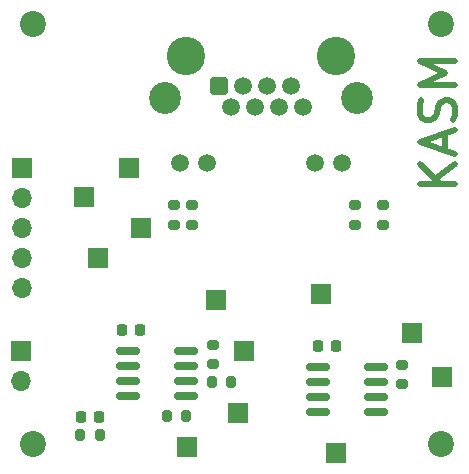
<source format=gbr>
%TF.GenerationSoftware,KiCad,Pcbnew,8.0.1*%
%TF.CreationDate,2024-08-08T22:12:17-07:00*%
%TF.ProjectId,spi_ethernet_mcu_side,7370695f-6574-4686-9572-6e65745f6d63,rev?*%
%TF.SameCoordinates,Original*%
%TF.FileFunction,Soldermask,Top*%
%TF.FilePolarity,Negative*%
%FSLAX46Y46*%
G04 Gerber Fmt 4.6, Leading zero omitted, Abs format (unit mm)*
G04 Created by KiCad (PCBNEW 8.0.1) date 2024-08-08 22:12:17*
%MOMM*%
%LPD*%
G01*
G04 APERTURE LIST*
G04 Aperture macros list*
%AMRoundRect*
0 Rectangle with rounded corners*
0 $1 Rounding radius*
0 $2 $3 $4 $5 $6 $7 $8 $9 X,Y pos of 4 corners*
0 Add a 4 corners polygon primitive as box body*
4,1,4,$2,$3,$4,$5,$6,$7,$8,$9,$2,$3,0*
0 Add four circle primitives for the rounded corners*
1,1,$1+$1,$2,$3*
1,1,$1+$1,$4,$5*
1,1,$1+$1,$6,$7*
1,1,$1+$1,$8,$9*
0 Add four rect primitives between the rounded corners*
20,1,$1+$1,$2,$3,$4,$5,0*
20,1,$1+$1,$4,$5,$6,$7,0*
20,1,$1+$1,$6,$7,$8,$9,0*
20,1,$1+$1,$8,$9,$2,$3,0*%
G04 Aperture macros list end*
%ADD10C,0.500000*%
%ADD11R,1.700000X1.700000*%
%ADD12RoundRect,0.200000X0.200000X0.275000X-0.200000X0.275000X-0.200000X-0.275000X0.200000X-0.275000X0*%
%ADD13RoundRect,0.218750X-0.218750X-0.256250X0.218750X-0.256250X0.218750X0.256250X-0.218750X0.256250X0*%
%ADD14RoundRect,0.200000X-0.275000X0.200000X-0.275000X-0.200000X0.275000X-0.200000X0.275000X0.200000X0*%
%ADD15RoundRect,0.200000X0.275000X-0.200000X0.275000X0.200000X-0.275000X0.200000X-0.275000X-0.200000X0*%
%ADD16RoundRect,0.225000X-0.225000X-0.250000X0.225000X-0.250000X0.225000X0.250000X-0.225000X0.250000X0*%
%ADD17RoundRect,0.150000X-0.825000X-0.150000X0.825000X-0.150000X0.825000X0.150000X-0.825000X0.150000X0*%
%ADD18C,2.200000*%
%ADD19C,2.700000*%
%ADD20C,1.500000*%
%ADD21RoundRect,0.250000X0.500000X0.500000X-0.500000X0.500000X-0.500000X-0.500000X0.500000X-0.500000X0*%
%ADD22C,3.250000*%
%ADD23O,1.700000X1.700000*%
G04 APERTURE END LIST*
D10*
X146977657Y-71016567D02*
X143977657Y-71016567D01*
X146977657Y-69302281D02*
X145263371Y-70587995D01*
X143977657Y-69302281D02*
X145691942Y-71016567D01*
X146120514Y-68159424D02*
X146120514Y-66730853D01*
X146977657Y-68445138D02*
X143977657Y-67445138D01*
X143977657Y-67445138D02*
X146977657Y-66445138D01*
X146834800Y-65587995D02*
X146977657Y-65159424D01*
X146977657Y-65159424D02*
X146977657Y-64445138D01*
X146977657Y-64445138D02*
X146834800Y-64159424D01*
X146834800Y-64159424D02*
X146691942Y-64016566D01*
X146691942Y-64016566D02*
X146406228Y-63873709D01*
X146406228Y-63873709D02*
X146120514Y-63873709D01*
X146120514Y-63873709D02*
X145834800Y-64016566D01*
X145834800Y-64016566D02*
X145691942Y-64159424D01*
X145691942Y-64159424D02*
X145549085Y-64445138D01*
X145549085Y-64445138D02*
X145406228Y-65016566D01*
X145406228Y-65016566D02*
X145263371Y-65302281D01*
X145263371Y-65302281D02*
X145120514Y-65445138D01*
X145120514Y-65445138D02*
X144834800Y-65587995D01*
X144834800Y-65587995D02*
X144549085Y-65587995D01*
X144549085Y-65587995D02*
X144263371Y-65445138D01*
X144263371Y-65445138D02*
X144120514Y-65302281D01*
X144120514Y-65302281D02*
X143977657Y-65016566D01*
X143977657Y-65016566D02*
X143977657Y-64302281D01*
X143977657Y-64302281D02*
X144120514Y-63873709D01*
X146977657Y-62587995D02*
X143977657Y-62587995D01*
X143977657Y-62587995D02*
X146120514Y-61587995D01*
X146120514Y-61587995D02*
X143977657Y-60587995D01*
X143977657Y-60587995D02*
X146977657Y-60587995D01*
D11*
%TO.C,TP5*%
X145821400Y-87350600D03*
%TD*%
%TO.C,TP4*%
X143281400Y-83616800D03*
%TD*%
D12*
%TO.C,R8*%
X116903000Y-92202000D03*
X115253000Y-92202000D03*
%TD*%
D13*
%TO.C,D1*%
X115265000Y-90678000D03*
X116840000Y-90678000D03*
%TD*%
D14*
%TO.C,R2*%
X126441200Y-84607400D03*
X126441200Y-86257400D03*
%TD*%
D15*
%TO.C,R6*%
X138482800Y-74422000D03*
X138482800Y-72772000D03*
%TD*%
D11*
%TO.C,TP2*%
X128625600Y-90373200D03*
%TD*%
%TO.C,TP1*%
X124256800Y-93218000D03*
%TD*%
D16*
%TO.C,C2*%
X135356600Y-84734400D03*
X136906600Y-84734400D03*
%TD*%
D17*
%TO.C,U1*%
X119267200Y-85078800D03*
X119267200Y-86348800D03*
X119267200Y-87618800D03*
X119267200Y-88888800D03*
X124217200Y-88888800D03*
X124217200Y-87618800D03*
X124217200Y-86348800D03*
X124217200Y-85078800D03*
%TD*%
D11*
%TO.C,TP9*%
X119354600Y-69596000D03*
%TD*%
%TO.C,TP10*%
X115544600Y-72110600D03*
%TD*%
D18*
%TO.C,H4*%
X145796000Y-92964000D03*
%TD*%
D11*
%TO.C,TP3*%
X129082800Y-85115400D03*
%TD*%
D18*
%TO.C,H1*%
X111252000Y-92964000D03*
%TD*%
D11*
%TO.C,TP12*%
X116713000Y-77216000D03*
%TD*%
D18*
%TO.C,H3*%
X111252000Y-57404000D03*
%TD*%
D11*
%TO.C,TP11*%
X120370600Y-74676000D03*
%TD*%
D19*
%TO.C,J1*%
X138688000Y-63663400D03*
X122428000Y-63663400D03*
D20*
X137418000Y-69243400D03*
X135128000Y-69243400D03*
X125988000Y-69243400D03*
X123698000Y-69243400D03*
X134128000Y-64423400D03*
X133108000Y-62643400D03*
X132088000Y-64423400D03*
X131068000Y-62643400D03*
X130048000Y-64423400D03*
X129028000Y-62643400D03*
X128008000Y-64423400D03*
D21*
X126988000Y-62643400D03*
D22*
X136908000Y-60103400D03*
X124208000Y-60103400D03*
%TD*%
D14*
%TO.C,R4*%
X123139200Y-72772000D03*
X123139200Y-74422000D03*
%TD*%
D11*
%TO.C,TP6*%
X126695200Y-80822800D03*
%TD*%
D12*
%TO.C,R5*%
X128016000Y-87757000D03*
X126366000Y-87757000D03*
%TD*%
D16*
%TO.C,C1*%
X118770400Y-83312000D03*
X120320400Y-83312000D03*
%TD*%
D11*
%TO.C,TP8*%
X135636000Y-80264000D03*
%TD*%
D14*
%TO.C,R1*%
X140843000Y-72772000D03*
X140843000Y-74422000D03*
%TD*%
D12*
%TO.C,R3*%
X124192800Y-90601800D03*
X122542800Y-90601800D03*
%TD*%
D14*
%TO.C,R9*%
X142468600Y-86297000D03*
X142468600Y-87947000D03*
%TD*%
D17*
%TO.C,U2*%
X135331200Y-86436200D03*
X135331200Y-87706200D03*
X135331200Y-88976200D03*
X135331200Y-90246200D03*
X140281200Y-90246200D03*
X140281200Y-88976200D03*
X140281200Y-87706200D03*
X140281200Y-86436200D03*
%TD*%
D15*
%TO.C,R7*%
X124688600Y-74422000D03*
X124688600Y-72772000D03*
%TD*%
D18*
%TO.C,H2*%
X145796000Y-57404000D03*
%TD*%
D11*
%TO.C,J4*%
X110263200Y-69596000D03*
D23*
X110263200Y-72136000D03*
X110263200Y-74676000D03*
X110263200Y-77216000D03*
X110263200Y-79756000D03*
%TD*%
D11*
%TO.C,J3*%
X110236000Y-85085000D03*
D23*
X110236000Y-87625000D03*
%TD*%
D11*
%TO.C,TP7*%
X136906000Y-93726000D03*
%TD*%
M02*

</source>
